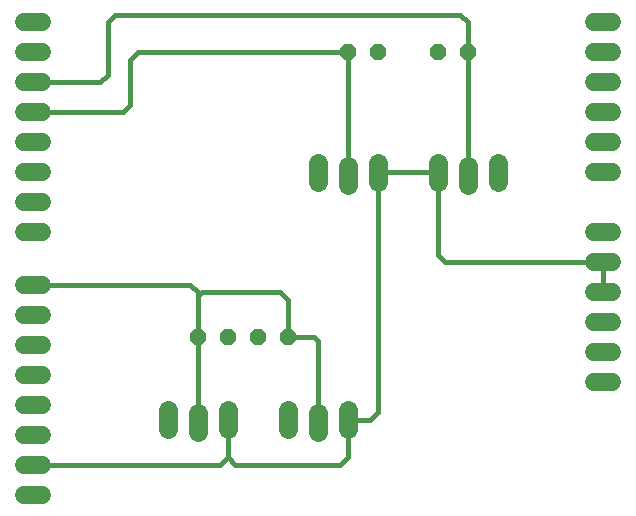
<source format=gbl>
G75*
G70*
%OFA0B0*%
%FSLAX24Y24*%
%IPPOS*%
%LPD*%
%AMOC8*
5,1,8,0,0,1.08239X$1,22.5*
%
%ADD10OC8,0.0560*%
%ADD11C,0.0640*%
%ADD12C,0.0594*%
%ADD13C,0.0160*%
D10*
X006856Y006601D03*
X007856Y006601D03*
X008856Y006601D03*
X009856Y006601D03*
X011856Y016101D03*
X012856Y016101D03*
X014856Y016101D03*
X015856Y016101D03*
D11*
X014856Y012421D02*
X014856Y011781D01*
X015856Y011681D02*
X015856Y012321D01*
X016856Y012421D02*
X016856Y011781D01*
X012856Y011781D02*
X012856Y012421D01*
X011856Y012321D02*
X011856Y011681D01*
X010856Y011781D02*
X010856Y012421D01*
X009856Y004171D02*
X009856Y003531D01*
X010856Y003431D02*
X010856Y004071D01*
X011856Y004171D02*
X011856Y003531D01*
X007856Y003531D02*
X007856Y004171D01*
X006856Y004071D02*
X006856Y003431D01*
X005856Y003531D02*
X005856Y004171D01*
D12*
X001653Y001351D02*
X001059Y001351D01*
X001059Y002351D02*
X001653Y002351D01*
X001653Y003351D02*
X001059Y003351D01*
X001059Y004351D02*
X001653Y004351D01*
X001653Y005351D02*
X001059Y005351D01*
X001059Y006351D02*
X001653Y006351D01*
X001653Y007351D02*
X001059Y007351D01*
X001059Y008351D02*
X001653Y008351D01*
X001653Y010101D02*
X001059Y010101D01*
X001059Y011101D02*
X001653Y011101D01*
X001653Y012101D02*
X001059Y012101D01*
X001059Y013101D02*
X001653Y013101D01*
X001653Y014101D02*
X001059Y014101D01*
X001059Y015101D02*
X001653Y015101D01*
X001653Y016101D02*
X001059Y016101D01*
X001059Y017101D02*
X001653Y017101D01*
X020059Y017101D02*
X020653Y017101D01*
X020653Y016101D02*
X020059Y016101D01*
X020059Y015101D02*
X020653Y015101D01*
X020653Y014101D02*
X020059Y014101D01*
X020059Y013101D02*
X020653Y013101D01*
X020653Y012101D02*
X020059Y012101D01*
X020059Y010101D02*
X020653Y010101D01*
X020653Y009101D02*
X020059Y009101D01*
X020059Y008101D02*
X020653Y008101D01*
X020653Y007101D02*
X020059Y007101D01*
X020059Y006101D02*
X020653Y006101D01*
X020653Y005101D02*
X020059Y005101D01*
D13*
X020356Y008101D02*
X020356Y009101D01*
X015106Y009101D01*
X014856Y009351D01*
X014856Y012101D01*
X012856Y012101D01*
X012856Y004101D01*
X012606Y003851D01*
X011856Y003851D01*
X011856Y002601D01*
X011606Y002351D01*
X008106Y002351D01*
X007856Y002601D01*
X007856Y003851D01*
X006856Y003751D02*
X006856Y006601D01*
X006856Y007976D01*
X006981Y008101D01*
X009606Y008101D01*
X009856Y007851D01*
X009856Y006601D01*
X010731Y006601D01*
X010856Y006476D01*
X010856Y003751D01*
X007856Y002601D02*
X007606Y002351D01*
X001356Y002351D01*
X006856Y007976D02*
X006856Y008101D01*
X006606Y008351D01*
X001356Y008351D01*
X001356Y014101D02*
X004356Y014101D01*
X004606Y014351D01*
X004606Y015851D01*
X004856Y016101D01*
X011856Y016101D01*
X011856Y012001D01*
X015856Y012001D02*
X015856Y016101D01*
X015856Y017101D01*
X015606Y017351D01*
X004106Y017351D01*
X003856Y017101D01*
X003856Y015351D01*
X003606Y015101D01*
X001356Y015101D01*
M02*

</source>
